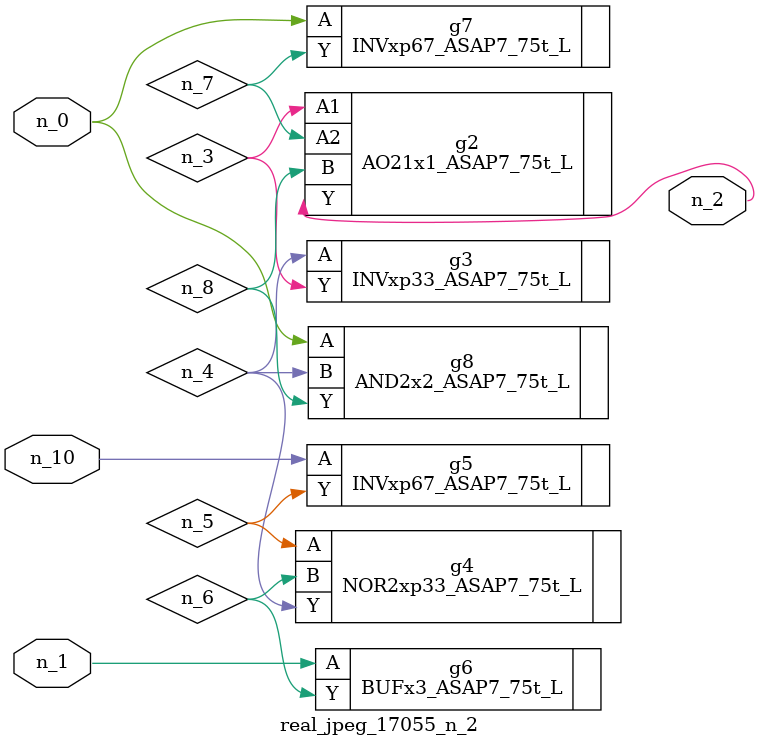
<source format=v>
module real_jpeg_17055_n_2 (n_1, n_10, n_0, n_2);

input n_1;
input n_10;
input n_0;

output n_2;

wire n_5;
wire n_4;
wire n_8;
wire n_6;
wire n_7;
wire n_3;

INVxp67_ASAP7_75t_L g7 ( 
.A(n_0),
.Y(n_7)
);

AND2x2_ASAP7_75t_L g8 ( 
.A(n_0),
.B(n_4),
.Y(n_8)
);

BUFx3_ASAP7_75t_L g6 ( 
.A(n_1),
.Y(n_6)
);

AO21x1_ASAP7_75t_L g2 ( 
.A1(n_3),
.A2(n_7),
.B(n_8),
.Y(n_2)
);

INVxp33_ASAP7_75t_L g3 ( 
.A(n_4),
.Y(n_3)
);

NOR2xp33_ASAP7_75t_L g4 ( 
.A(n_5),
.B(n_6),
.Y(n_4)
);

INVxp67_ASAP7_75t_L g5 ( 
.A(n_10),
.Y(n_5)
);


endmodule
</source>
